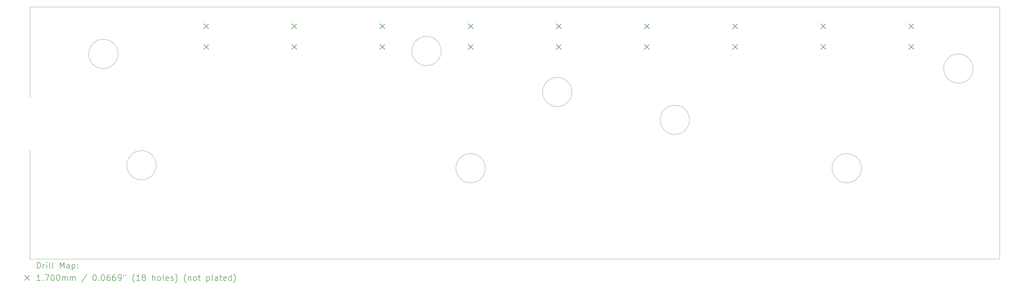
<source format=gbr>
%TF.GenerationSoftware,KiCad,Pcbnew,(6.0.10)*%
%TF.CreationDate,2024-12-09T21:14:42+01:00*%
%TF.ProjectId,3_12_2024_MainBoardMCUwInstruments,335f3132-5f32-4303-9234-5f4d61696e42,rev?*%
%TF.SameCoordinates,Original*%
%TF.FileFunction,Drillmap*%
%TF.FilePolarity,Positive*%
%FSLAX45Y45*%
G04 Gerber Fmt 4.5, Leading zero omitted, Abs format (unit mm)*
G04 Created by KiCad (PCBNEW (6.0.10)) date 2024-12-09 21:14:42*
%MOMM*%
%LPD*%
G01*
G04 APERTURE LIST*
%ADD10C,0.100000*%
%ADD11C,0.200000*%
%ADD12C,0.170000*%
G04 APERTURE END LIST*
D10*
X18650000Y-14250000D02*
G75*
G03*
X18650000Y-14250000I-500000J0D01*
G01*
X37650000Y-21350000D02*
X4650000Y-21350000D01*
X32950000Y-18250000D02*
G75*
G03*
X32950000Y-18250000I-500000J0D01*
G01*
X27100000Y-16600000D02*
G75*
G03*
X27100000Y-16600000I-500000J0D01*
G01*
X23100000Y-15650000D02*
G75*
G03*
X23100000Y-15650000I-500000J0D01*
G01*
X8950000Y-18150000D02*
G75*
G03*
X8950000Y-18150000I-500000J0D01*
G01*
X20150000Y-18250000D02*
G75*
G03*
X20150000Y-18250000I-500000J0D01*
G01*
X4649000Y-17627500D02*
X4650000Y-21350000D01*
X36750000Y-14850000D02*
G75*
G03*
X36750000Y-14850000I-500000J0D01*
G01*
X7650000Y-14350000D02*
G75*
G03*
X7650000Y-14350000I-500000J0D01*
G01*
X4650000Y-12750000D02*
X4649000Y-15827500D01*
X4650000Y-12750000D02*
X37650000Y-12750000D01*
X37650000Y-21350000D02*
X37650000Y-12750000D01*
D11*
D12*
X10565000Y-13325000D02*
X10735000Y-13495000D01*
X10735000Y-13325000D02*
X10565000Y-13495000D01*
X10565000Y-14025000D02*
X10735000Y-14195000D01*
X10735000Y-14025000D02*
X10565000Y-14195000D01*
X13565000Y-13325000D02*
X13735000Y-13495000D01*
X13735000Y-13325000D02*
X13565000Y-13495000D01*
X13565000Y-14025000D02*
X13735000Y-14195000D01*
X13735000Y-14025000D02*
X13565000Y-14195000D01*
X16565000Y-13325000D02*
X16735000Y-13495000D01*
X16735000Y-13325000D02*
X16565000Y-13495000D01*
X16565000Y-14025000D02*
X16735000Y-14195000D01*
X16735000Y-14025000D02*
X16565000Y-14195000D01*
X19565000Y-13325000D02*
X19735000Y-13495000D01*
X19735000Y-13325000D02*
X19565000Y-13495000D01*
X19565000Y-14025000D02*
X19735000Y-14195000D01*
X19735000Y-14025000D02*
X19565000Y-14195000D01*
X22565000Y-13325000D02*
X22735000Y-13495000D01*
X22735000Y-13325000D02*
X22565000Y-13495000D01*
X22565000Y-14025000D02*
X22735000Y-14195000D01*
X22735000Y-14025000D02*
X22565000Y-14195000D01*
X25565000Y-13325000D02*
X25735000Y-13495000D01*
X25735000Y-13325000D02*
X25565000Y-13495000D01*
X25565000Y-14025000D02*
X25735000Y-14195000D01*
X25735000Y-14025000D02*
X25565000Y-14195000D01*
X28565000Y-13325000D02*
X28735000Y-13495000D01*
X28735000Y-13325000D02*
X28565000Y-13495000D01*
X28565000Y-14025000D02*
X28735000Y-14195000D01*
X28735000Y-14025000D02*
X28565000Y-14195000D01*
X31565000Y-13325000D02*
X31735000Y-13495000D01*
X31735000Y-13325000D02*
X31565000Y-13495000D01*
X31565000Y-14025000D02*
X31735000Y-14195000D01*
X31735000Y-14025000D02*
X31565000Y-14195000D01*
X34565000Y-13325000D02*
X34735000Y-13495000D01*
X34735000Y-13325000D02*
X34565000Y-13495000D01*
X34565000Y-14025000D02*
X34735000Y-14195000D01*
X34735000Y-14025000D02*
X34565000Y-14195000D01*
D11*
X4900619Y-21665476D02*
X4900619Y-21465476D01*
X4948238Y-21465476D01*
X4976810Y-21475000D01*
X4995857Y-21494048D01*
X5005381Y-21513095D01*
X5014905Y-21551190D01*
X5014905Y-21579762D01*
X5005381Y-21617857D01*
X4995857Y-21636905D01*
X4976810Y-21655952D01*
X4948238Y-21665476D01*
X4900619Y-21665476D01*
X5100619Y-21665476D02*
X5100619Y-21532143D01*
X5100619Y-21570238D02*
X5110143Y-21551190D01*
X5119667Y-21541667D01*
X5138714Y-21532143D01*
X5157762Y-21532143D01*
X5224429Y-21665476D02*
X5224429Y-21532143D01*
X5224429Y-21465476D02*
X5214905Y-21475000D01*
X5224429Y-21484524D01*
X5233952Y-21475000D01*
X5224429Y-21465476D01*
X5224429Y-21484524D01*
X5348238Y-21665476D02*
X5329190Y-21655952D01*
X5319667Y-21636905D01*
X5319667Y-21465476D01*
X5453000Y-21665476D02*
X5433952Y-21655952D01*
X5424429Y-21636905D01*
X5424429Y-21465476D01*
X5681571Y-21665476D02*
X5681571Y-21465476D01*
X5748238Y-21608333D01*
X5814905Y-21465476D01*
X5814905Y-21665476D01*
X5995857Y-21665476D02*
X5995857Y-21560714D01*
X5986333Y-21541667D01*
X5967286Y-21532143D01*
X5929190Y-21532143D01*
X5910143Y-21541667D01*
X5995857Y-21655952D02*
X5976809Y-21665476D01*
X5929190Y-21665476D01*
X5910143Y-21655952D01*
X5900619Y-21636905D01*
X5900619Y-21617857D01*
X5910143Y-21598810D01*
X5929190Y-21589286D01*
X5976809Y-21589286D01*
X5995857Y-21579762D01*
X6091095Y-21532143D02*
X6091095Y-21732143D01*
X6091095Y-21541667D02*
X6110143Y-21532143D01*
X6148238Y-21532143D01*
X6167286Y-21541667D01*
X6176809Y-21551190D01*
X6186333Y-21570238D01*
X6186333Y-21627381D01*
X6176809Y-21646429D01*
X6167286Y-21655952D01*
X6148238Y-21665476D01*
X6110143Y-21665476D01*
X6091095Y-21655952D01*
X6272048Y-21646429D02*
X6281571Y-21655952D01*
X6272048Y-21665476D01*
X6262524Y-21655952D01*
X6272048Y-21646429D01*
X6272048Y-21665476D01*
X6272048Y-21541667D02*
X6281571Y-21551190D01*
X6272048Y-21560714D01*
X6262524Y-21551190D01*
X6272048Y-21541667D01*
X6272048Y-21560714D01*
D12*
X4473000Y-21910000D02*
X4643000Y-22080000D01*
X4643000Y-21910000D02*
X4473000Y-22080000D01*
D11*
X5005381Y-22085476D02*
X4891095Y-22085476D01*
X4948238Y-22085476D02*
X4948238Y-21885476D01*
X4929190Y-21914048D01*
X4910143Y-21933095D01*
X4891095Y-21942619D01*
X5091095Y-22066429D02*
X5100619Y-22075952D01*
X5091095Y-22085476D01*
X5081571Y-22075952D01*
X5091095Y-22066429D01*
X5091095Y-22085476D01*
X5167286Y-21885476D02*
X5300619Y-21885476D01*
X5214905Y-22085476D01*
X5414905Y-21885476D02*
X5433952Y-21885476D01*
X5453000Y-21895000D01*
X5462524Y-21904524D01*
X5472048Y-21923571D01*
X5481571Y-21961667D01*
X5481571Y-22009286D01*
X5472048Y-22047381D01*
X5462524Y-22066429D01*
X5453000Y-22075952D01*
X5433952Y-22085476D01*
X5414905Y-22085476D01*
X5395857Y-22075952D01*
X5386333Y-22066429D01*
X5376810Y-22047381D01*
X5367286Y-22009286D01*
X5367286Y-21961667D01*
X5376810Y-21923571D01*
X5386333Y-21904524D01*
X5395857Y-21895000D01*
X5414905Y-21885476D01*
X5605381Y-21885476D02*
X5624428Y-21885476D01*
X5643476Y-21895000D01*
X5653000Y-21904524D01*
X5662524Y-21923571D01*
X5672048Y-21961667D01*
X5672048Y-22009286D01*
X5662524Y-22047381D01*
X5653000Y-22066429D01*
X5643476Y-22075952D01*
X5624428Y-22085476D01*
X5605381Y-22085476D01*
X5586333Y-22075952D01*
X5576810Y-22066429D01*
X5567286Y-22047381D01*
X5557762Y-22009286D01*
X5557762Y-21961667D01*
X5567286Y-21923571D01*
X5576810Y-21904524D01*
X5586333Y-21895000D01*
X5605381Y-21885476D01*
X5757762Y-22085476D02*
X5757762Y-21952143D01*
X5757762Y-21971190D02*
X5767286Y-21961667D01*
X5786333Y-21952143D01*
X5814905Y-21952143D01*
X5833952Y-21961667D01*
X5843476Y-21980714D01*
X5843476Y-22085476D01*
X5843476Y-21980714D02*
X5853000Y-21961667D01*
X5872048Y-21952143D01*
X5900619Y-21952143D01*
X5919667Y-21961667D01*
X5929190Y-21980714D01*
X5929190Y-22085476D01*
X6024428Y-22085476D02*
X6024428Y-21952143D01*
X6024428Y-21971190D02*
X6033952Y-21961667D01*
X6053000Y-21952143D01*
X6081571Y-21952143D01*
X6100619Y-21961667D01*
X6110143Y-21980714D01*
X6110143Y-22085476D01*
X6110143Y-21980714D02*
X6119667Y-21961667D01*
X6138714Y-21952143D01*
X6167286Y-21952143D01*
X6186333Y-21961667D01*
X6195857Y-21980714D01*
X6195857Y-22085476D01*
X6586333Y-21875952D02*
X6414905Y-22133095D01*
X6843476Y-21885476D02*
X6862524Y-21885476D01*
X6881571Y-21895000D01*
X6891095Y-21904524D01*
X6900619Y-21923571D01*
X6910143Y-21961667D01*
X6910143Y-22009286D01*
X6900619Y-22047381D01*
X6891095Y-22066429D01*
X6881571Y-22075952D01*
X6862524Y-22085476D01*
X6843476Y-22085476D01*
X6824428Y-22075952D01*
X6814905Y-22066429D01*
X6805381Y-22047381D01*
X6795857Y-22009286D01*
X6795857Y-21961667D01*
X6805381Y-21923571D01*
X6814905Y-21904524D01*
X6824428Y-21895000D01*
X6843476Y-21885476D01*
X6995857Y-22066429D02*
X7005381Y-22075952D01*
X6995857Y-22085476D01*
X6986333Y-22075952D01*
X6995857Y-22066429D01*
X6995857Y-22085476D01*
X7129190Y-21885476D02*
X7148238Y-21885476D01*
X7167286Y-21895000D01*
X7176809Y-21904524D01*
X7186333Y-21923571D01*
X7195857Y-21961667D01*
X7195857Y-22009286D01*
X7186333Y-22047381D01*
X7176809Y-22066429D01*
X7167286Y-22075952D01*
X7148238Y-22085476D01*
X7129190Y-22085476D01*
X7110143Y-22075952D01*
X7100619Y-22066429D01*
X7091095Y-22047381D01*
X7081571Y-22009286D01*
X7081571Y-21961667D01*
X7091095Y-21923571D01*
X7100619Y-21904524D01*
X7110143Y-21895000D01*
X7129190Y-21885476D01*
X7367286Y-21885476D02*
X7329190Y-21885476D01*
X7310143Y-21895000D01*
X7300619Y-21904524D01*
X7281571Y-21933095D01*
X7272048Y-21971190D01*
X7272048Y-22047381D01*
X7281571Y-22066429D01*
X7291095Y-22075952D01*
X7310143Y-22085476D01*
X7348238Y-22085476D01*
X7367286Y-22075952D01*
X7376809Y-22066429D01*
X7386333Y-22047381D01*
X7386333Y-21999762D01*
X7376809Y-21980714D01*
X7367286Y-21971190D01*
X7348238Y-21961667D01*
X7310143Y-21961667D01*
X7291095Y-21971190D01*
X7281571Y-21980714D01*
X7272048Y-21999762D01*
X7557762Y-21885476D02*
X7519667Y-21885476D01*
X7500619Y-21895000D01*
X7491095Y-21904524D01*
X7472048Y-21933095D01*
X7462524Y-21971190D01*
X7462524Y-22047381D01*
X7472048Y-22066429D01*
X7481571Y-22075952D01*
X7500619Y-22085476D01*
X7538714Y-22085476D01*
X7557762Y-22075952D01*
X7567286Y-22066429D01*
X7576809Y-22047381D01*
X7576809Y-21999762D01*
X7567286Y-21980714D01*
X7557762Y-21971190D01*
X7538714Y-21961667D01*
X7500619Y-21961667D01*
X7481571Y-21971190D01*
X7472048Y-21980714D01*
X7462524Y-21999762D01*
X7672048Y-22085476D02*
X7710143Y-22085476D01*
X7729190Y-22075952D01*
X7738714Y-22066429D01*
X7757762Y-22037857D01*
X7767286Y-21999762D01*
X7767286Y-21923571D01*
X7757762Y-21904524D01*
X7748238Y-21895000D01*
X7729190Y-21885476D01*
X7691095Y-21885476D01*
X7672048Y-21895000D01*
X7662524Y-21904524D01*
X7653000Y-21923571D01*
X7653000Y-21971190D01*
X7662524Y-21990238D01*
X7672048Y-21999762D01*
X7691095Y-22009286D01*
X7729190Y-22009286D01*
X7748238Y-21999762D01*
X7757762Y-21990238D01*
X7767286Y-21971190D01*
X7843476Y-21885476D02*
X7843476Y-21923571D01*
X7919667Y-21885476D02*
X7919667Y-21923571D01*
X8214905Y-22161667D02*
X8205381Y-22152143D01*
X8186333Y-22123571D01*
X8176809Y-22104524D01*
X8167286Y-22075952D01*
X8157762Y-22028333D01*
X8157762Y-21990238D01*
X8167286Y-21942619D01*
X8176809Y-21914048D01*
X8186333Y-21895000D01*
X8205381Y-21866429D01*
X8214905Y-21856905D01*
X8395857Y-22085476D02*
X8281571Y-22085476D01*
X8338714Y-22085476D02*
X8338714Y-21885476D01*
X8319667Y-21914048D01*
X8300619Y-21933095D01*
X8281571Y-21942619D01*
X8510143Y-21971190D02*
X8491095Y-21961667D01*
X8481571Y-21952143D01*
X8472048Y-21933095D01*
X8472048Y-21923571D01*
X8481571Y-21904524D01*
X8491095Y-21895000D01*
X8510143Y-21885476D01*
X8548238Y-21885476D01*
X8567286Y-21895000D01*
X8576810Y-21904524D01*
X8586333Y-21923571D01*
X8586333Y-21933095D01*
X8576810Y-21952143D01*
X8567286Y-21961667D01*
X8548238Y-21971190D01*
X8510143Y-21971190D01*
X8491095Y-21980714D01*
X8481571Y-21990238D01*
X8472048Y-22009286D01*
X8472048Y-22047381D01*
X8481571Y-22066429D01*
X8491095Y-22075952D01*
X8510143Y-22085476D01*
X8548238Y-22085476D01*
X8567286Y-22075952D01*
X8576810Y-22066429D01*
X8586333Y-22047381D01*
X8586333Y-22009286D01*
X8576810Y-21990238D01*
X8567286Y-21980714D01*
X8548238Y-21971190D01*
X8824429Y-22085476D02*
X8824429Y-21885476D01*
X8910143Y-22085476D02*
X8910143Y-21980714D01*
X8900619Y-21961667D01*
X8881571Y-21952143D01*
X8853000Y-21952143D01*
X8833952Y-21961667D01*
X8824429Y-21971190D01*
X9033952Y-22085476D02*
X9014905Y-22075952D01*
X9005381Y-22066429D01*
X8995857Y-22047381D01*
X8995857Y-21990238D01*
X9005381Y-21971190D01*
X9014905Y-21961667D01*
X9033952Y-21952143D01*
X9062524Y-21952143D01*
X9081571Y-21961667D01*
X9091095Y-21971190D01*
X9100619Y-21990238D01*
X9100619Y-22047381D01*
X9091095Y-22066429D01*
X9081571Y-22075952D01*
X9062524Y-22085476D01*
X9033952Y-22085476D01*
X9214905Y-22085476D02*
X9195857Y-22075952D01*
X9186333Y-22056905D01*
X9186333Y-21885476D01*
X9367286Y-22075952D02*
X9348238Y-22085476D01*
X9310143Y-22085476D01*
X9291095Y-22075952D01*
X9281571Y-22056905D01*
X9281571Y-21980714D01*
X9291095Y-21961667D01*
X9310143Y-21952143D01*
X9348238Y-21952143D01*
X9367286Y-21961667D01*
X9376810Y-21980714D01*
X9376810Y-21999762D01*
X9281571Y-22018810D01*
X9453000Y-22075952D02*
X9472048Y-22085476D01*
X9510143Y-22085476D01*
X9529190Y-22075952D01*
X9538714Y-22056905D01*
X9538714Y-22047381D01*
X9529190Y-22028333D01*
X9510143Y-22018810D01*
X9481571Y-22018810D01*
X9462524Y-22009286D01*
X9453000Y-21990238D01*
X9453000Y-21980714D01*
X9462524Y-21961667D01*
X9481571Y-21952143D01*
X9510143Y-21952143D01*
X9529190Y-21961667D01*
X9605381Y-22161667D02*
X9614905Y-22152143D01*
X9633952Y-22123571D01*
X9643476Y-22104524D01*
X9653000Y-22075952D01*
X9662524Y-22028333D01*
X9662524Y-21990238D01*
X9653000Y-21942619D01*
X9643476Y-21914048D01*
X9633952Y-21895000D01*
X9614905Y-21866429D01*
X9605381Y-21856905D01*
X9967286Y-22161667D02*
X9957762Y-22152143D01*
X9938714Y-22123571D01*
X9929190Y-22104524D01*
X9919667Y-22075952D01*
X9910143Y-22028333D01*
X9910143Y-21990238D01*
X9919667Y-21942619D01*
X9929190Y-21914048D01*
X9938714Y-21895000D01*
X9957762Y-21866429D01*
X9967286Y-21856905D01*
X10043476Y-21952143D02*
X10043476Y-22085476D01*
X10043476Y-21971190D02*
X10053000Y-21961667D01*
X10072048Y-21952143D01*
X10100619Y-21952143D01*
X10119667Y-21961667D01*
X10129190Y-21980714D01*
X10129190Y-22085476D01*
X10253000Y-22085476D02*
X10233952Y-22075952D01*
X10224429Y-22066429D01*
X10214905Y-22047381D01*
X10214905Y-21990238D01*
X10224429Y-21971190D01*
X10233952Y-21961667D01*
X10253000Y-21952143D01*
X10281571Y-21952143D01*
X10300619Y-21961667D01*
X10310143Y-21971190D01*
X10319667Y-21990238D01*
X10319667Y-22047381D01*
X10310143Y-22066429D01*
X10300619Y-22075952D01*
X10281571Y-22085476D01*
X10253000Y-22085476D01*
X10376810Y-21952143D02*
X10453000Y-21952143D01*
X10405381Y-21885476D02*
X10405381Y-22056905D01*
X10414905Y-22075952D01*
X10433952Y-22085476D01*
X10453000Y-22085476D01*
X10672048Y-21952143D02*
X10672048Y-22152143D01*
X10672048Y-21961667D02*
X10691095Y-21952143D01*
X10729190Y-21952143D01*
X10748238Y-21961667D01*
X10757762Y-21971190D01*
X10767286Y-21990238D01*
X10767286Y-22047381D01*
X10757762Y-22066429D01*
X10748238Y-22075952D01*
X10729190Y-22085476D01*
X10691095Y-22085476D01*
X10672048Y-22075952D01*
X10881571Y-22085476D02*
X10862524Y-22075952D01*
X10853000Y-22056905D01*
X10853000Y-21885476D01*
X11043476Y-22085476D02*
X11043476Y-21980714D01*
X11033952Y-21961667D01*
X11014905Y-21952143D01*
X10976810Y-21952143D01*
X10957762Y-21961667D01*
X11043476Y-22075952D02*
X11024429Y-22085476D01*
X10976810Y-22085476D01*
X10957762Y-22075952D01*
X10948238Y-22056905D01*
X10948238Y-22037857D01*
X10957762Y-22018810D01*
X10976810Y-22009286D01*
X11024429Y-22009286D01*
X11043476Y-21999762D01*
X11110143Y-21952143D02*
X11186333Y-21952143D01*
X11138714Y-21885476D02*
X11138714Y-22056905D01*
X11148238Y-22075952D01*
X11167286Y-22085476D01*
X11186333Y-22085476D01*
X11329190Y-22075952D02*
X11310143Y-22085476D01*
X11272048Y-22085476D01*
X11253000Y-22075952D01*
X11243476Y-22056905D01*
X11243476Y-21980714D01*
X11253000Y-21961667D01*
X11272048Y-21952143D01*
X11310143Y-21952143D01*
X11329190Y-21961667D01*
X11338714Y-21980714D01*
X11338714Y-21999762D01*
X11243476Y-22018810D01*
X11510143Y-22085476D02*
X11510143Y-21885476D01*
X11510143Y-22075952D02*
X11491095Y-22085476D01*
X11453000Y-22085476D01*
X11433952Y-22075952D01*
X11424428Y-22066429D01*
X11414905Y-22047381D01*
X11414905Y-21990238D01*
X11424428Y-21971190D01*
X11433952Y-21961667D01*
X11453000Y-21952143D01*
X11491095Y-21952143D01*
X11510143Y-21961667D01*
X11586333Y-22161667D02*
X11595857Y-22152143D01*
X11614905Y-22123571D01*
X11624428Y-22104524D01*
X11633952Y-22075952D01*
X11643476Y-22028333D01*
X11643476Y-21990238D01*
X11633952Y-21942619D01*
X11624428Y-21914048D01*
X11614905Y-21895000D01*
X11595857Y-21866429D01*
X11586333Y-21856905D01*
M02*

</source>
